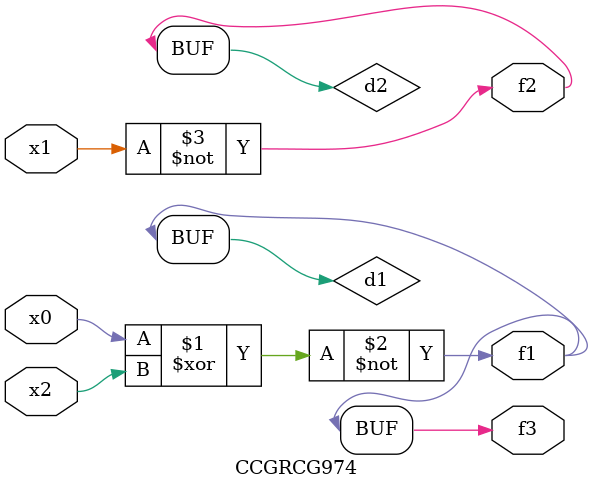
<source format=v>
module CCGRCG974(
	input x0, x1, x2,
	output f1, f2, f3
);

	wire d1, d2, d3;

	xnor (d1, x0, x2);
	nand (d2, x1);
	nor (d3, x1, x2);
	assign f1 = d1;
	assign f2 = d2;
	assign f3 = d1;
endmodule

</source>
